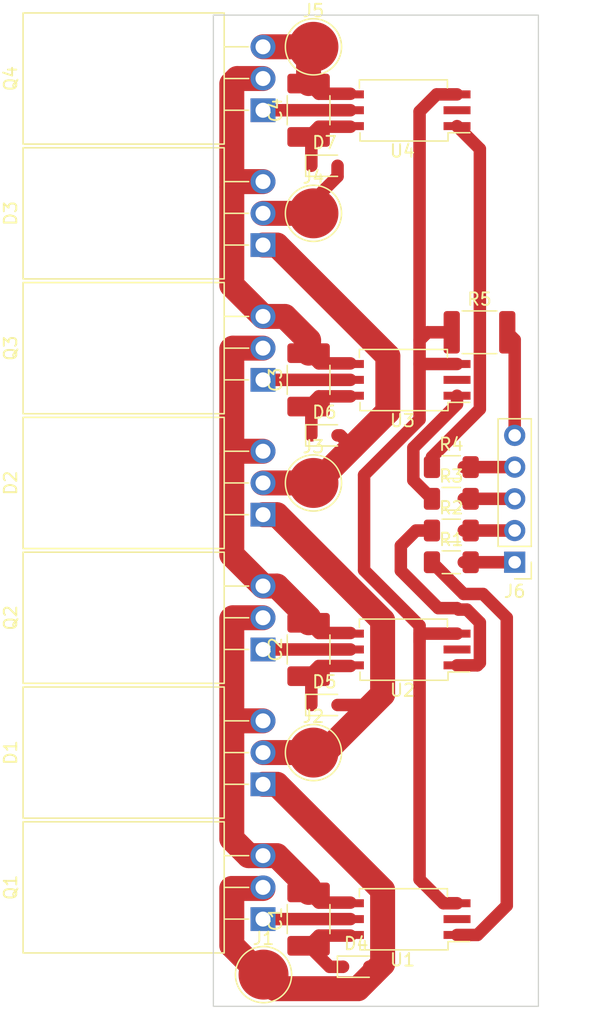
<source format=kicad_pcb>
(kicad_pcb (version 20211014) (generator pcbnew)
  (layers (0 "F.Cu" signal) (31 "B.Cu" signal) (34 "B.Paste" user) (35 "F.Paste" user) (36 "B.SilkS" user "B.Silkscreen") (37 "F.SilkS" user "F.Silkscreen") (38 "B.Mask" user) (39 "F.Mask" user) (44 "Edge.Cuts" user))
  (net 0 "")
  (net 1 "Net-(C1-Pad1)")
  (net 2 "Net-(C1-Pad2)")
  (net 3 "Net-(C2-Pad1)")
  (net 4 "Net-(C2-Pad2)")
  (net 5 "Net-(C3-Pad1)")
  (net 6 "Net-(C3-Pad2)")
  (net 7 "Net-(C4-Pad1)")
  (net 8 "Net-(C4-Pad2)")
  (net 9 "Net-(D1-Pad2)")
  (net 10 "Net-(D2-Pad2)")
  (net 11 "Net-(D3-Pad2)")
  (net 12 "Net-(Q1-Pad1)")
  (net 13 "Net-(Q3-Pad1)")
  (net 14 "Net-(Q4-Pad1)")
  (net 16 "GND")
  (net 20 "Net-(Q2-Pad1)")
  (net 21 "Net-(J6-Pad2)")
  (net 22 "Net-(J6-Pad3)")
  (net 23 "Net-(J6-Pad4)")
  (net 24 "Net-(R1-Pad1)")
  (net 25 "Net-(D1-Pad1)")
  (net 26 "Net-(J6-Pad1)")
  (net 27 "Net-(R2-Pad1)")
  (net 28 "Net-(R3-Pad1)")
  (net 29 "Net-(R4-Pad1)")
  (net 30 "Net-(J6-Pad5)")
  (footprint "Package_TO_SOT_THT:TO-220F-3_Horizontal_TabDown" (layer "F.Cu") (at 50.96 78.105 90)
    (fp_text reference "D1" (at 2.54 -20.22 90) (layer "F.SilkS"))
    (fp_text value "D_Schottky_x2_ACom_KAK")
    (fp_line (start -2.71 -19.22) (end -2.71 -3.11) (layer "F.SilkS") (width 0.12))
    (fp_line (start 2.54 -3.11) (end 2.54 -1.15) (layer "F.SilkS") (width 0.12))
    (fp_line (start -2.71 -3.11) (end 7.79 -3.11) (layer "F.SilkS") (width 0.12))
    (fp_line (start -2.71 -19.22) (end 7.79 -19.22) (layer "F.SilkS") (width 0.12))
    (fp_line (start 5.08 -3.11) (end 5.08 -1.15) (layer "F.SilkS") (width 0.12))
    (fp_line (start 0 -3.11) (end 0 -1.15) (layer "F.SilkS") (width 0.12))
    (fp_line (start 7.79 -19.22) (end 7.79 -3.11) (layer "F.SilkS") (width 0.12))
    (pad "" np_thru_hole oval (at 2.54 -15.8 90) (size 3.5 3.5) (drill 3.5) (layers *.Cu *.Mask))
    (pad "1" thru_hole rect (at 0 0 90) (size 1.905 2) (drill 1.2) (layers *.Cu *.Mask) (net 25 "Net-(D1-Pad1)"))
    (pad "2" thru_hole oval (at 2.54 0 90) (size 1.905 2) (drill 1.2) (layers *.Cu *.Mask) (net 9 "Net-(D1-Pad2)"))
    (pad "3" thru_hole oval (at 5.08 0 90) (size 1.905 2) (drill 1.2) (layers *.Cu *.Mask) (net 2 "Net-(C1-Pad2)"))
  )
  (footprint "TestPoint:TestPoint_Pad_D4.0mm" (layer "F.Cu") (at 55 53.975)
    (fp_text reference "J3" (at 0 -2.898) (layer "F.SilkS"))
    (fp_text value "Vrail")
    (fp_circle (center 0 0) (end 0 2.25) (layer "F.SilkS") (width 0.12) (fill none))
    (pad "1" smd circle (at 0 0) (size 4 4) (layers "F.Cu" "F.Mask") (net 10 "Net-(D2-Pad2)"))
  )
  (footprint "Package_SO:SSO-6_6.8x4.6mm_P1.27mm_Clearance7mm" (layer "F.Cu") (at 62.23 45.72 180)
    (fp_text reference "U3" (at 0.1 -3.265) (layer "F.SilkS"))
    (fp_text value "UCC23313")
    (fp_line (start 3.55 1.785) (end 3.55 2.435) (layer "F.SilkS") (width 0.12))
    (fp_line (start 3.5 -2.465) (end -3.55 -2.465) (layer "F.SilkS") (width 0.12))
    (fp_line (start -3.55 -2.465) (end -3.55 -1.815) (layer "F.SilkS") (width 0.12))
    (fp_line (start -3.5 2.435) (end 3.55 2.435) (layer "F.SilkS") (width 0.12))
    (fp_line (start 3.5 -2.465) (end 3.5 -1.815) (layer "F.SilkS") (width 0.12))
    (fp_line (start -3.55 -1.8) (end -5.3 -1.8) (layer "F.SilkS") (width 0.12))
    (fp_line (start -3.5 1.785) (end -3.5 2.435) (layer "F.SilkS") (width 0.12))
    (pad "1" smd rect (at -4.27 -1.27 180) (size 2.16 0.64) (layers "F.Cu" "F.Paste" "F.Mask") (net 28 "Net-(R3-Pad1)"))
    (pad "2" smd rect (at -4.27 0 180) (size 2.16 0.64) (layers "F.Cu" "F.Paste" "F.Mask"))
    (pad "3" smd rect (at -4.27 1.27 180) (size 2.16 0.64) (layers "F.Cu" "F.Paste" "F.Mask") (net 16 "GND"))
    (pad "4" smd rect (at 4.27 1.27 180) (size 2.16 0.64) (layers "F.Cu" "F.Paste" "F.Mask") (net 6 "Net-(C3-Pad2)"))
    (pad "5" smd rect (at 4.27 0 180) (size 2.16 0.64) (layers "F.Cu" "F.Paste" "F.Mask") (net 13 "Net-(Q3-Pad1)"))
    (pad "6" smd rect (at 4.27 -1.27 180) (size 2.16 0.64) (layers "F.Cu" "F.Paste" "F.Mask") (net 5 "Net-(C3-Pad1)"))
  )
  (footprint "Package_TO_SOT_THT:TO-220F-3_Horizontal_TabDown" (layer "F.Cu") (at 50.96 45.72 90)
    (fp_text reference "Q3" (at 2.54 -20.22 90) (layer "F.SilkS"))
    (fp_text value "IRF540N")
    (fp_line (start -2.71 -19.22) (end -2.71 -3.11) (layer "F.SilkS") (width 0.12))
    (fp_line (start 7.79 -19.22) (end 7.79 -3.11) (layer "F.SilkS") (width 0.12))
    (fp_line (start 5.08 -3.11) (end 5.08 -1.15) (layer "F.SilkS") (width 0.12))
    (fp_line (start 2.54 -3.11) (end 2.54 -1.15) (layer "F.SilkS") (width 0.12))
    (fp_line (start -2.71 -19.22) (end 7.79 -19.22) (layer "F.SilkS") (width 0.12))
    (fp_line (start -2.71 -3.11) (end 7.79 -3.11) (layer "F.SilkS") (width 0.12))
    (fp_line (start 0 -3.11) (end 0 -1.15) (layer "F.SilkS") (width 0.12))
    (pad "" np_thru_hole oval (at 2.54 -15.8 90) (size 3.5 3.5) (drill 3.5) (layers *.Cu *.Mask))
    (pad "1" thru_hole rect (at 0 0 90) (size 1.905 2) (drill 1.2) (layers *.Cu *.Mask) (net 13 "Net-(Q3-Pad1)"))
    (pad "2" thru_hole oval (at 2.54 0 90) (size 1.905 2) (drill 1.2) (layers *.Cu *.Mask) (net 4 "Net-(C2-Pad2)"))
    (pad "3" thru_hole oval (at 5.08 0 90) (size 1.905 2) (drill 1.2) (layers *.Cu *.Mask) (net 6 "Net-(C3-Pad2)"))
  )
  (footprint "Package_TO_SOT_THT:TO-220F-3_Horizontal_TabDown" (layer "F.Cu") (at 50.96 34.925 90)
    (fp_text reference "D3" (at 2.54 -20.22 90) (layer "F.SilkS"))
    (fp_text value "D_Schottky_x2_ACom_KAK")
    (fp_line (start 0 -3.11) (end 0 -1.15) (layer "F.SilkS") (width 0.12))
    (fp_line (start -2.71 -19.22) (end -2.71 -3.11) (layer "F.SilkS") (width 0.12))
    (fp_line (start 7.79 -19.22) (end 7.79 -3.11) (layer "F.SilkS") (width 0.12))
    (fp_line (start 5.08 -3.11) (end 5.08 -1.15) (layer "F.SilkS") (width 0.12))
    (fp_line (start -2.71 -3.11) (end 7.79 -3.11) (layer "F.SilkS") (width 0.12))
    (fp_line (start 2.54 -3.11) (end 2.54 -1.15) (layer "F.SilkS") (width 0.12))
    (fp_line (start -2.71 -19.22) (end 7.79 -19.22) (layer "F.SilkS") (width 0.12))
    (pad "" np_thru_hole oval (at 2.54 -15.8 90) (size 3.5 3.5) (drill 3.5) (layers *.Cu *.Mask))
    (pad "1" thru_hole rect (at 0 0 90) (size 1.905 2) (drill 1.2) (layers *.Cu *.Mask) (net 10 "Net-(D2-Pad2)"))
    (pad "2" thru_hole oval (at 2.54 0 90) (size 1.905 2) (drill 1.2) (layers *.Cu *.Mask) (net 11 "Net-(D3-Pad2)"))
    (pad "3" thru_hole oval (at 5.08 0 90) (size 1.905 2) (drill 1.2) (layers *.Cu *.Mask) (net 6 "Net-(C3-Pad2)"))
  )
  (footprint "Resistor_SMD:R_1206_3216Metric_Pad1.30x1.75mm_HandSolder" (layer "F.Cu") (at 66.04 55.245)
    (fp_text reference "R3" (at 0 -1.82) (layer "F.SilkS"))
    (fp_text value "220")
    (fp_line (start -0.727064 0.91) (end 0.727064 0.91) (layer "F.SilkS") (width 0.12))
    (fp_line (start -0.727064 -0.91) (end 0.727064 -0.91) (layer "F.SilkS") (width 0.12))
    (pad "1" smd roundrect (at -1.55 0) (size 1.3 1.75) (layers "F.Cu" "F.Paste" "F.Mask") (roundrect_rratio 0.192308) (net 28 "Net-(R3-Pad1)"))
    (pad "2" smd roundrect (at 1.55 0) (size 1.3 1.75) (layers "F.Cu" "F.Paste" "F.Mask") (roundrect_rratio 0.192308) (net 22 "Net-(J6-Pad3)"))
  )
  (footprint "Package_TO_SOT_THT:TO-220F-3_Horizontal_TabDown" (layer "F.Cu") (at 50.96 56.515 90)
    (fp_text reference "D2" (at 2.54 -20.22 90) (layer "F.SilkS"))
    (fp_text value "D_Schottky_x2_ACom_KAK")
    (fp_line (start 7.79 -19.22) (end 7.79 -3.11) (layer "F.SilkS") (width 0.12))
    (fp_line (start -2.71 -19.22) (end 7.79 -19.22) (layer "F.SilkS") (width 0.12))
    (fp_line (start 0 -3.11) (end 0 -1.15) (layer "F.SilkS") (width 0.12))
    (fp_line (start 2.54 -3.11) (end 2.54 -1.15) (layer "F.SilkS") (width 0.12))
    (fp_line (start -2.71 -19.22) (end -2.71 -3.11) (layer "F.SilkS") (width 0.12))
    (fp_line (start -2.71 -3.11) (end 7.79 -3.11) (layer "F.SilkS") (width 0.12))
    (fp_line (start 5.08 -3.11) (end 5.08 -1.15) (layer "F.SilkS") (width 0.12))
    (pad "" np_thru_hole oval (at 2.54 -15.8 90) (size 3.5 3.5) (drill 3.5) (layers *.Cu *.Mask))
    (pad "1" thru_hole rect (at 0 0 90) (size 1.905 2) (drill 1.2) (layers *.Cu *.Mask) (net 9 "Net-(D1-Pad2)"))
    (pad "2" thru_hole oval (at 2.54 0 90) (size 1.905 2) (drill 1.2) (layers *.Cu *.Mask) (net 10 "Net-(D2-Pad2)"))
    (pad "3" thru_hole oval (at 5.08 0 90) (size 1.905 2) (drill 1.2) (layers *.Cu *.Mask) (net 4 "Net-(C2-Pad2)"))
  )
  (footprint "Capacitor_SMD:C_1812_4532Metric_Pad1.57x3.40mm_HandSolder" (layer "F.Cu") (at 54.61 67.31 90)
    (fp_text reference "C2" (at 0 -2.65 90) (layer "F.SilkS"))
    (fp_text value "1uF")
    (fp_line (start -1.161252 1.71) (end 1.161252 1.71) (layer "F.SilkS") (width 0.12))
    (fp_line (start -1.161252 -1.71) (end 1.161252 -1.71) (layer "F.SilkS") (width 0.12))
    (pad "1" smd roundrect (at -2.1375 0 90) (size 1.575 3.4) (layers "F.Cu" "F.Paste" "F.Mask") (roundrect_rratio 0.15873) (net 3 "Net-(C2-Pad1)"))
    (pad "2" smd roundrect (at 2.1375 0 90) (size 1.575 3.4) (layers "F.Cu" "F.Paste" "F.Mask") (roundrect_rratio 0.15873) (net 4 "Net-(C2-Pad2)"))
  )
  (footprint "Capacitor_SMD:C_1812_4532Metric_Pad1.57x3.40mm_HandSolder" (layer "F.Cu") (at 54.61 24.13 90)
    (fp_text reference "C4" (at 0 -2.65 90) (layer "F.SilkS"))
    (fp_text value "1uF")
    (fp_line (start -1.161252 1.71) (end 1.161252 1.71) (layer "F.SilkS") (width 0.12))
    (fp_line (start -1.161252 -1.71) (end 1.161252 -1.71) (layer "F.SilkS") (width 0.12))
    (pad "1" smd roundrect (at -2.1375 0 90) (size 1.575 3.4) (layers "F.Cu" "F.Paste" "F.Mask") (roundrect_rratio 0.15873) (net 7 "Net-(C4-Pad1)"))
    (pad "2" smd roundrect (at 2.1375 0 90) (size 1.575 3.4) (layers "F.Cu" "F.Paste" "F.Mask") (roundrect_rratio 0.15873) (net 8 "Net-(C4-Pad2)"))
  )
  (footprint "Connector_PinHeader_2.54mm:PinHeader_1x05_P2.54mm_Vertical" (layer "F.Cu") (at 71.12 60.325 180)
    (fp_text reference "J6" (at 0 -2.33) (layer "F.SilkS"))
    (fp_text value "Conn_01x05_Male")
    (fp_line (start -1.33 1.27) (end -1.33 11.49) (layer "F.SilkS") (width 0.12))
    (fp_line (start -1.33 11.49) (end 1.33 11.49) (layer "F.SilkS") (width 0.12))
    (fp_line (start -1.33 -1.33) (end 0 -1.33) (layer "F.SilkS") (width 0.12))
    (fp_line (start -1.33 1.27) (end 1.33 1.27) (layer "F.SilkS") (width 0.12))
    (fp_line (start -1.33 0) (end -1.33 -1.33) (layer "F.SilkS") (width 0.12))
    (fp_line (start 1.33 1.27) (end 1.33 11.49) (layer "F.SilkS") (width 0.12))
    (pad "1" thru_hole rect (at 0 0 180) (size 1.7 1.7) (drill 1) (layers *.Cu *.Mask) (net 26 "Net-(J6-Pad1)"))
    (pad "2" thru_hole oval (at 0 2.54 180) (size 1.7 1.7) (drill 1) (layers *.Cu *.Mask) (net 21 "Net-(J6-Pad2)"))
    (pad "3" thru_hole oval (at 0 5.08 180) (size 1.7 1.7) (drill 1) (layers *.Cu *.Mask) (net 22 "Net-(J6-Pad3)"))
    (pad "4" thru_hole oval (at 0 7.62 180) (size 1.7 1.7) (drill 1) (layers *.Cu *.Mask) (net 23 "Net-(J6-Pad4)"))
    (pad "5" thru_hole oval (at 0 10.16 180) (size 1.7 1.7) (drill 1) (layers *.Cu *.Mask) (net 30 "Net-(J6-Pad5)"))
  )
  (footprint "TestPoint:TestPoint_Pad_D4.0mm" (layer "F.Cu") (at 55 75.565)
    (fp_text reference "J2" (at 0 -2.898) (layer "F.SilkS"))
    (fp_text value "Vrail")
    (fp_circle (center 0 0) (end 0 2.25) (layer "F.SilkS") (width 0.12) (fill none))
    (pad "1" smd circle (at 0 0) (size 4 4) (layers "F.Cu" "F.Mask") (net 9 "Net-(D1-Pad2)"))
  )
  (footprint "TestPoint:TestPoint_Pad_D4.0mm" (layer "F.Cu") (at 55 32.385)
    (fp_text reference "J4" (at 0 -2.898) (layer "F.SilkS"))
    (fp_text value "Vrail")
    (fp_circle (center 0 0) (end 0 2.25) (layer "F.SilkS") (width 0.12) (fill none))
    (pad "1" smd circle (at 0 0) (size 4 4) (layers "F.Cu" "F.Mask") (net 11 "Net-(D3-Pad2)"))
  )
  (footprint "Diode_SMD:D_SOD-323" (layer "F.Cu") (at 55.88 50.165)
    (fp_text reference "D6" (at 0 -1.85) (layer "F.SilkS"))
    (fp_text value "1N4148WS")
    (fp_line (start -1.5 0.85) (end 1.05 0.85) (layer "F.SilkS") (width 0.12))
    (fp_line (start -1.5 -0.85) (end 1.05 -0.85) (layer "F.SilkS") (width 0.12))
    (fp_line (start -1.5 -0.85) (end -1.5 0.85) (layer "F.SilkS") (width 0.12))
    (pad "1" smd rect (at -1.05 0) (size 0.6 0.45) (layers "F.Cu" "F.Paste" "F.Mask") (net 5 "Net-(C3-Pad1)"))
    (pad "2" smd rect (at 1.05 0) (size 0.6 0.45) (layers "F.Cu" "F.Paste" "F.Mask") (net 10 "Net-(D2-Pad2)"))
  )
  (footprint "TestPoint:TestPoint_Pad_D4.0mm" (layer "F.Cu") (at 55 19.05)
    (fp_text reference "J5" (at 0 -2.898) (layer "F.SilkS"))
    (fp_text value "Vrail")
    (fp_circle (center 0 0) (end 0 2.25) (layer "F.SilkS") (width 0.12) (fill none))
    (pad "1" smd circle (at 0 0) (size 4 4) (layers "F.Cu" "F.Mask") (net 8 "Net-(C4-Pad2)"))
  )
  (footprint "Diode_SMD:D_SOD-323" (layer "F.Cu") (at 55.88 28.575)
    (fp_text reference "D7" (at 0 -1.85) (layer "F.SilkS"))
    (fp_text value "1N4148WS")
    (fp_line (start -1.5 -0.85) (end -1.5 0.85) (layer "F.SilkS") (width 0.12))
    (fp_line (start -1.5 0.85) (end 1.05 0.85) (layer "F.SilkS") (width 0.12))
    (fp_line (start -1.5 -0.85) (end 1.05 -0.85) (layer "F.SilkS") (width 0.12))
    (pad "1" smd rect (at -1.05 0) (size 0.6 0.45) (layers "F.Cu" "F.Paste" "F.Mask") (net 7 "Net-(C4-Pad1)"))
    (pad "2" smd rect (at 1.05 0) (size 0.6 0.45) (layers "F.Cu" "F.Paste" "F.Mask") (net 11 "Net-(D3-Pad2)"))
  )
  (footprint "Capacitor_SMD:C_1812_4532Metric_Pad1.57x3.40mm_HandSolder" (layer "F.Cu") (at 54.61 45.72 90)
    (fp_text reference "C3" (at 0 -2.65 90) (layer "F.SilkS"))
    (fp_text value "1uF")
    (fp_line (start -1.161252 -1.71) (end 1.161252 -1.71) (layer "F.SilkS") (width 0.12))
    (fp_line (start -1.161252 1.71) (end 1.161252 1.71) (layer "F.SilkS") (width 0.12))
    (pad "1" smd roundrect (at -2.1375 0 90) (size 1.575 3.4) (layers "F.Cu" "F.Paste" "F.Mask") (roundrect_rratio 0.15873) (net 5 "Net-(C3-Pad1)"))
    (pad "2" smd roundrect (at 2.1375 0 90) (size 1.575 3.4) (layers "F.Cu" "F.Paste" "F.Mask") (roundrect_rratio 0.15873) (net 6 "Net-(C3-Pad2)"))
  )
  (footprint "Capacitor_SMD:C_1812_4532Metric_Pad1.57x3.40mm_HandSolder" (layer "F.Cu") (at 54.61 88.9 90)
    (fp_text reference "C1" (at 0 -2.65 90) (layer "F.SilkS"))
    (fp_text value "1uF")
    (fp_line (start -1.161252 -1.71) (end 1.161252 -1.71) (layer "F.SilkS") (width 0.12))
    (fp_line (start -1.161252 1.71) (end 1.161252 1.71) (layer "F.SilkS") (width 0.12))
    (pad "1" smd roundrect (at -2.1375 0 90) (size 1.575 3.4) (layers "F.Cu" "F.Paste" "F.Mask") (roundrect_rratio 0.15873) (net 1 "Net-(C1-Pad1)"))
    (pad "2" smd roundrect (at 2.1375 0 90) (size 1.575 3.4) (layers "F.Cu" "F.Paste" "F.Mask") (roundrect_rratio 0.15873) (net 2 "Net-(C1-Pad2)"))
  )
  (footprint "Package_SO:SSO-6_6.8x4.6mm_P1.27mm_Clearance7mm" (layer "F.Cu") (at 62.23 24.13 180)
    (fp_text reference "U4" (at 0.1 -3.265) (layer "F.SilkS"))
    (fp_text value "UCC23313")
    (fp_line (start -3.5 2.435) (end 3.55 2.435) (layer "F.SilkS") (width 0.12))
    (fp_line (start -3.5 1.785) (end -3.5 2.435) (layer "F.SilkS") (width 0.12))
    (fp_line (start 3.5 -2.465) (end -3.55 -2.465) (layer "F.SilkS") (width 0.12))
    (fp_line (start 3.5 -2.465) (end 3.5 -1.815) (layer "F.SilkS") (width 0.12))
    (fp_line (start -3.55 -2.465) (end -3.55 -1.815) (layer "F.SilkS") (width 0.12))
    (fp_line (start 3.55 1.785) (end 3.55 2.435) (layer "F.SilkS") (width 0.12))
    (fp_line (start -3.55 -1.8) (end -5.3 -1.8) (layer "F.SilkS") (width 0.12))
    (pad "1" smd rect (at -4.27 -1.27 180) (size 2.16 0.64) (layers "F.Cu" "F.Paste" "F.Mask") (net 29 "Net-(R4-Pad1)"))
    (pad "2" smd rect (at -4.27 0 180) (size 2.16 0.64) (layers "F.Cu" "F.Paste" "F.Mask"))
    (pad "3" smd rect (at -4.27 1.27 180) (size 2.16 0.64) (layers "F.Cu" "F.Paste" "F.Mask") (net 16 "GND"))
    (pad "4" smd rect (at 4.27 1.27 180) (size 2.16 0.64) (layers "F.Cu" "F.Paste" "F.Mask") (net 8 "Net-(C4-Pad2)"))
    (pad "5" smd rect (at 4.27 0 180) (size 2.16 0.64) (layers "F.Cu" "F.Paste" "F.Mask") (net 14 "Net-(Q4-Pad1)"))
    (pad "6" smd rect (at 4.27 -1.27 180) (size 2.16 0.64) (layers "F.Cu" "F.Paste" "F.Mask") (net 7 "Net-(C4-Pad1)"))
  )
  (footprint "Resistor_SMD:R_1206_3216Metric_Pad1.30x1.75mm_HandSolder" (layer "F.Cu") (at 66.04 52.705)
    (fp_text reference "R4" (at 0 -1.82) (layer "F.SilkS"))
    (fp_text value "220")
    (fp_line (start -0.727064 -0.91) (end 0.727064 -0.91) (layer "F.SilkS") (width 0.12))
    (fp_line (start -0.727064 0.91) (end 0.727064 0.91) (layer "F.SilkS") (width 0.12))
    (pad "1" smd roundrect (at -1.55 0) (size 1.3 1.75) (layers "F.Cu" "F.Paste" "F.Mask") (roundrect_rratio 0.192308) (net 29 "Net-(R4-Pad1)"))
    (pad "2" smd roundrect (at 1.55 0) (size 1.3 1.75) (layers "F.Cu" "F.Paste" "F.Mask") (roundrect_rratio 0.192308) (net 23 "Net-(J6-Pad4)"))
  )
  (footprint "Package_TO_SOT_THT:TO-220F-3_Horizontal_TabDown" (layer "F.Cu") (at 50.96 88.9 90)
    (fp_text reference "Q1" (at 2.54 -20.22 90) (layer "F.SilkS"))
    (fp_text value "IRF540N")
    (fp_line (start -2.71 -19.22) (end -2.71 -3.11) (layer "F.SilkS") (width 0.12))
    (fp_line (start -2.71 -3.11) (end 7.79 -3.11) (layer "F.SilkS") (width 0.12))
    (fp_line (start 0 -3.11) (end 0 -1.15) (layer "F.SilkS") (width 0.12))
    (fp_line (start 2.54 -3.11) (end 2.54 -1.15) (layer "F.SilkS") (width 0.12))
    (fp_line (start -2.71 -19.22) (end 7.79 -19.22) (layer "F.SilkS") (width 0.12))
    (fp_line (start 7.79 -19.22) (end 7.79 -3.11) (layer "F.SilkS") (width 0.12))
    (fp_line (start 5.08 -3.11) (end 5.08 -1.15) (layer "F.SilkS") (width 0.12))
    (pad "" np_thru_hole oval (at 2.54 -15.8 90) (size 3.5 3.5) (drill 3.5) (layers *.Cu *.Mask))
    (pad "1" thru_hole rect (at 0 0 90) (size 1.905 2) (drill 1.2) (layers *.Cu *.Mask) (net 12 "Net-(Q1-Pad1)"))
    (pad "2" thru_hole oval (at 2.54 0 90) (size 1.905 2) (drill 1.2) (layers *.Cu *.Mask) (net 25 "Net-(D1-Pad1)"))
    (pad "3" thru_hole oval (at 5.08 0 90) (size 1.905 2) (drill 1.2) (layers *.Cu *.Mask) (net 2 "Net-(C1-Pad2)"))
  )
  (footprint "Package_SO:SSO-6_6.8x4.6mm_P1.27mm_Clearance7mm" (layer "F.Cu") (at 62.23 88.9 180)
    (fp_text reference "U1" (at 0.1 -3.265) (layer "F.SilkS"))
    (fp_text value "UCC23313")
    (fp_line (start 3.55 1.785) (end 3.55 2.435) (layer "F.SilkS") (width 0.12))
    (fp_line (start -3.5 1.785) (end -3.5 2.435) (layer "F.SilkS") (width 0.12))
    (fp_line (start -3.5 2.435) (end 3.55 2.435) (layer "F.SilkS") (width 0.12))
    (fp_line (start -3.55 -2.465) (end -3.55 -1.815) (layer "F.SilkS") (width 0.12))
    (fp_line (start 3.5 -2.465) (end 3.5 -1.815) (layer "F.SilkS") (width 0.12))
    (fp_line (start 3.5 -2.465) (end -3.55 -2.465) (layer "F.SilkS") (width 0.12))
    (fp_line (start -3.55 -1.8) (end -5.3 -1.8) (layer "F.SilkS") (width 0.12))
    (pad "1" smd rect (at -4.27 -1.27 180) (size 2.16 0.64) (layers "F.Cu" "F.Paste" "F.Mask") (net 24 "Net-(R1-Pad1)"))
    (pad "2" smd rect (at -4.27 0 180) (size 2.16 0.64) (layers "F.Cu" "F.Paste" "F.Mask"))
    (pad "3" smd rect (at -4.27 1.27 180) (size 2.16 0.64) (layers "F.Cu" "F.Paste" "F.Mask") (net 16 "GND"))
    (pad "4" smd rect (at 4.27 1.27 180) (size 2.16 0.64) (layers "F.Cu" "F.Paste" "F.Mask") (net 2 "Net-(C1-Pad2)"))
    (pad "5" smd rect (at 4.27 0 180) (size 2.16 0.64) (layers "F.Cu" "F.Paste" "F.Mask") (net 12 "Net-(Q1-Pad1)"))
    (pad "6" smd rect (at 4.27 -1.27 180) (size 2.16 0.64) (layers "F.Cu" "F.Paste" "F.Mask") (net 1 "Net-(C1-Pad1)"))
  )
  (footprint "Diode_SMD:D_SOD-323" (layer "F.Cu") (at 58.42 92.71)
    (fp_text reference "D4" (at 0 -1.85) (layer "F.SilkS"))
    (fp_text value "1N4148WS")
    (fp_line (start -1.5 -0.85) (end 1.05 -0.85) (layer "F.SilkS") (width 0.12))
    (fp_line (start -1.5 -0.85) (end -1.5 0.85) (layer "F.SilkS") (width 0.12))
    (fp_line (start -1.5 0.85) (end 1.05 0.85) (layer "F.SilkS") (width 0.12))
    (pad "1" smd rect (at -1.05 0) (size 0.6 0.45) (layers "F.Cu" "F.Paste" "F.Mask") (net 1 "Net-(C1-Pad1)"))
    (pad "2" smd rect (at 1.05 0) (size 0.6 0.45) (layers "F.Cu" "F.Paste" "F.Mask") (net 25 "Net-(D1-Pad1)"))
  )
  (footprint "Resistor_SMD:R_1206_3216Metric_Pad1.30x1.75mm_HandSolder" (layer "F.Cu") (at 66.04 60.325)
    (fp_text reference "R1" (at 0 -1.82) (layer "F.SilkS"))
    (fp_text value "220")
    (fp_line (start -0.727064 -0.91) (end 0.727064 -0.91) (layer "F.SilkS") (width 0.12))
    (fp_line (start -0.727064 0.91) (end 0.727064 0.91) (layer "F.SilkS") (width 0.12))
    (pad "1" smd roundrect (at -1.55 0) (size 1.3 1.75) (layers "F.Cu" "F.Paste" "F.Mask") (roundrect_rratio 0.192308) (net 24 "Net-(R1-Pad1)"))
    (pad "2" smd roundrect (at 1.55 0) (size 1.3 1.75) (layers "F.Cu" "F.Paste" "F.Mask") (roundrect_rratio 0.192308) (net 26 "Net-(J6-Pad1)"))
  )
  (footprint "Package_TO_SOT_THT:TO-220F-3_Horizontal_TabDown" (layer "F.Cu") (at 50.96 67.31 90)
    (fp_text reference "Q2" (at 2.54 -20.22 90) (layer "F.SilkS"))
    (fp_text value "IRF540N")
    (fp_line (start 7.79 -19.22) (end 7.79 -3.11) (layer "F.SilkS") (width 0.12))
    (fp_line (start 5.08 -3.11) (end 5.08 -1.15) (layer "F.SilkS") (width 0.12))
    (fp_line (start 2.54 -3.11) (end 2.54 -1.15) (layer "F.SilkS") (width 0.12))
    (fp_line (start 0 -3.11) (end 0 -1.15) (layer "F.SilkS") (width 0.12))
    (fp_line (start -2.71 -3.11) (end 7.79 -3.11) (layer "F.SilkS") (width 0.12))
    (fp_line (start -2.71 -19.22) (end 7.79 -19.22) (layer "F.SilkS") (width 0.12))
    (fp_line (start -2.71 -19.22) (end -2.71 -3.11) (layer "F.SilkS") (width 0.12))
    (pad "" np_thru_hole oval (at 2.54 -15.8 90) (size 3.5 3.5) (drill 3.5) (layers *.Cu *.Mask))
    (pad "1" thru_hole rect (at 0 0 90) (size 1.905 2) (drill 1.2) (layers *.Cu *.Mask) (net 20 "Net-(Q2-Pad1)"))
    (pad "2" thru_hole oval (at 2.54 0 90) (size 1.905 2) (drill 1.2) (layers *.Cu *.Mask) (net 2 "Net-(C1-Pad2)"))
    (pad "3" thru_hole oval (at 5.08 0 90) (size 1.905 2) (drill 1.2) (layers *.Cu *.Mask) (net 4 "Net-(C2-Pad2)"))
  )
  (footprint "Diode_SMD:D_SOD-323" (layer "F.Cu") (at 55.88 71.755)
    (fp_text reference "D5" (at 0 -1.85) (layer "F.SilkS"))
    (fp_text value "1N4148WS")
    (fp_line (start -1.5 0.85) (end 1.05 0.85) (layer "F.SilkS") (width 0.12))
    (fp_line (start -1.5 -0.85) (end 1.05 -0.85) (layer "F.SilkS") (width 0.12))
    (fp_line (start -1.5 -0.85) (end -1.5 0.85) (layer "F.SilkS") (width 0.12))
    (pad "1" smd rect (at -1.05 0) (size 0.6 0.45) (layers "F.Cu" "F.Paste" "F.Mask") (net 3 "Net-(C2-Pad1)"))
    (pad "2" smd rect (at 1.05 0) (size 0.6 0.45) (layers "F.Cu" "F.Paste" "F.Mask") (net 9 "Net-(D1-Pad2)"))
  )
  (footprint "TestPoint:TestPoint_Pad_D4.0mm" (layer "F.Cu") (at 51 93.345)
    (fp_text reference "J1" (at 0 -2.898) (layer "F.SilkS"))
    (fp_text value "Vrail")
    (fp_circle (center 0 0) (end 0 2.25) (layer "F.SilkS") (width 0.12) (fill none))
    (pad "1" smd circle (at 0 0) (size 4 4) (layers "F.Cu" "F.Mask") (net 25 "Net-(D1-Pad1)"))
  )
  (footprint "Package_TO_SOT_THT:TO-220F-3_Horizontal_TabDown" (layer "F.Cu") (at 50.96 24.13 90)
    (fp_text reference "Q4" (at 2.54 -20.22 90) (layer "F.SilkS"))
    (fp_text value "IRF540N")
    (fp_line (start 0 -3.11) (end 0 -1.15) (layer "F.SilkS") (width 0.12))
    (fp_line (start -2.71 -19.22) (end 7.79 -19.22) (layer "F.SilkS") (width 0.12))
    (fp_line (start 7.79 -19.22) (end 7.79 -3.11) (layer "F.SilkS") (width 0.12))
    (fp_line (start -2.71 -19.22) (end -2.71 -3.11) (layer "F.SilkS") (width 0.12))
    (fp_line (start 2.54 -3.11) (end 2.54 -1.15) (layer "F.SilkS") (width 0.12))
    (fp_line (start 5.08 -3.11) (end 5.08 -1.15) (layer "F.SilkS") (width 0.12))
    (fp_line (start -2.71 -3.11) (end 7.79 -3.11) (layer "F.SilkS") (width 0.12))
    (pad "" np_thru_hole oval (at 2.54 -15.8 90) (size 3.5 3.5) (drill 3.5) (layers *.Cu *.Mask))
    (pad "1" thru_hole rect (at 0 0 90) (size 1.905 2) (drill 1.2) (layers *.Cu *.Mask) (net 14 "Net-(Q4-Pad1)"))
    (pad "2" thru_hole oval (at 2.54 0 90) (size 1.905 2) (drill 1.2) (layers *.Cu *.Mask) (net 6 "Net-(C3-Pad2)"))
    (pad "3" thru_hole oval (at 5.08 0 90) (size 1.905 2) (drill 1.2) (layers *.Cu *.Mask) (net 8 "Net-(C4-Pad2)"))
  )
  (footprint "Resistor_SMD:R_1206_3216Metric_Pad1.30x1.75mm_HandSolder" (layer "F.Cu") (at 66.04 57.785)
    (fp_text reference "R2" (at 0 -1.82) (layer "F.SilkS"))
    (fp_text value "220")
    (fp_line (start -0.727064 -0.91) (end 0.727064 -0.91) (layer "F.SilkS") (width 0.12))
    (fp_line (start -0.727064 0.91) (end 0.727064 0.91) (layer "F.SilkS") (width 0.12))
    (pad "1" smd roundrect (at -1.55 0) (size 1.3 1.75) (layers "F.Cu" "F.Paste" "F.Mask") (roundrect_rratio 0.192308) (net 27 "Net-(R2-Pad1)"))
    (pad "2" smd roundrect (at 1.55 0) (size 1.3 1.75) (layers "F.Cu" "F.Paste" "F.Mask") (roundrect_rratio 0.192308) (net 21 "Net-(J6-Pad2)"))
  )
  (footprint "Resistor_SMD:R_1812_4532Metric_Pad1.30x3.40mm_HandSolder" (layer "F.Cu") (at 68.3 41.91)
    (fp_text reference "R5" (at 0 -2.65) (layer "F.SilkS"))
    (fp_text value "220")
    (fp_line (start -1.386252 -1.71) (end 1.386252 -1.71) (layer "F.SilkS") (width 0.12))
    (fp_line (start -1.386252 1.71) (end 1.386252 1.71) (layer "F.SilkS") (width 0.12))
    (pad "1" smd roundrect (at -2.225 0) (size 1.3 3.4) (layers "F.Cu" "F.Paste" "F.Mask") (roundrect_rratio 0.192308) (net 16 "GND"))
    (pad "2" smd roundrect (at 2.225 0) (size 1.3 3.4) (layers "F.Cu" "F.Paste" "F.Mask") (roundrect_rratio 0.192308) (net 30 "Net-(J6-Pad5)"))
  )
  (footprint "Package_SO:SSO-6_6.8x4.6mm_P1.27mm_Clearance7mm" (layer "F.Cu") (at 62.23 67.31 180)
    (fp_text reference "U2" (at 0.1 -3.265) (layer "F.SilkS"))
    (fp_text value "UCC23313")
    (fp_line (start 3.5 -2.465) (end 3.5 -1.815) (layer "F.SilkS") (width 0.12))
    (fp_line (start -3.55 -2.465) (end -3.55 -1.815) (layer "F.SilkS") (width 0.12))
    (fp_line (start 3.5 -2.465) (end -3.55 -2.465) (layer "F.SilkS") (width 0.12))
    (fp_line (start -3.5 1.785) (end -3.5 2.435) (layer "F.SilkS") (width 0.12))
    (fp_line (start -3.55 -1.8) (end -5.3 -1.8) (layer "F.SilkS") (width 0.12))
    (fp_line (start -3.5 2.435) (end 3.55 2.435) (layer "F.SilkS") (width 0.12))
    (fp_line (start 3.55 1.785) (end 3.55 2.435) (layer "F.SilkS") (width 0.12))
    (pad "1" smd rect (at -4.27 -1.27 180) (size 2.16 0.64) (layers "F.Cu" "F.Paste" "F.Mask") (net 27 "Net-(R2-Pad1)"))
    (pad "2" smd rect (at -4.27 0 180) (size 2.16 0.64) (layers "F.Cu" "F.Paste" "F.Mask"))
    (pad "3" smd rect (at -4.27 1.27 180) (size 2.16 0.64) (layers "F.Cu" "F.Paste" "F.Mask") (net 16 "GND"))
    (pad "4" smd rect (at 4.27 1.27 180) (size 2.16 0.64) (layers "F.Cu" "F.Paste" "F.Mask") (net 4 "Net-(C2-Pad2)"))
    (pad "5" smd rect (at 4.27 0 180) (size 2.16 0.64) (layers "F.Cu" "F.Paste" "F.Mask") (net 20 "Net-(Q2-Pad1)"))
    (pad "6" smd rect (at 4.27 -1.27 180) (size 2.16 0.64) (layers "F.Cu" "F.Paste" "F.Mask") (net 3 "Net-(C2-Pad1)"))
  )
  (gr_rect (start 46.9825 16.51) (end 73.0175 95.885) (layer "Edge.Cuts") (width 0.1) (fill none))
  (segment (start 57.3575 92.7225) (end 57.37 92.71) (width 1) (layer "F.Cu") (net 1))
  (segment (start 55.4275 90.22) (end 57.96 90.22) (width 1) (layer "F.Cu") (net 1))
  (segment (start 54.61 91.0375) (end 55.4275 90.22) (width 1) (layer "F.Cu") (net 1))
  (segment (start 56.295 92.7225) (end 57.3575 92.7225) (width 1) (layer "F.Cu") (net 1))
  (segment (start 56.295 92.7225) (end 54.61 91.0375) (width 1) (layer "F.Cu") (net 1))
  (segment (start 48.895 73.025) (end 48.46 72.59) (width 2) (layer "F.Cu") (net 2))
  (segment (start 49.809141 83.82) (end 50.96 83.82) (width 2) (layer "F.Cu") (net 2))
  (segment (start 54.61 86.7625) (end 55.4275 87.58) (width 1) (layer "F.Cu") (net 2))
  (segment (start 52.07 83.82) (end 54.61 86.36) (width 2) (layer "F.Cu") (net 2))
  (segment (start 48.46 72.59) (end 48.46 82.470859) (width 2) (layer "F.Cu") (net 2))
  (segment (start 50.96 83.82) (end 52.07 83.82) (width 2) (layer "F.Cu") (net 2))
  (segment (start 48.46 64.8575) (end 48.46 72.59) (width 2) (layer "F.Cu") (net 2))
  (segment (start 55.4275 87.58) (end 57.96 87.58) (width 1) (layer "F.Cu") (net 2))
  (segment (start 54.61 86.36) (end 54.61 86.7625) (width 2) (layer "F.Cu") (net 2))
  (segment (start 48.46 82.470859) (end 49.809141 83.82) (width 2) (layer "F.Cu") (net 2))
  (segment (start 48.5475 64.77) (end 48.46 64.8575) (width 2) (layer "F.Cu") (net 2))
  (segment (start 50.96 64.77) (end 48.5475 64.77) (width 2) (layer "F.Cu") (net 2))
  (segment (start 50.96 73.025) (end 48.895 73.025) (width 2) (layer "F.Cu") (net 2))
  (segment (start 55.4275 68.63) (end 57.96 68.63) (width 1) (layer "F.Cu") (net 3))
  (segment (start 54.83 71.755) (end 54.83 69.6675) (width 1) (layer "F.Cu") (net 3))
  (segment (start 54.61 69.4475) (end 55.4275 68.63) (width 1) (layer "F.Cu") (net 3))
  (segment (start 48.5475 43.18) (end 48.46 43.2675) (width 2) (layer "F.Cu") (net 4))
  (segment (start 50.96 62.23) (end 52.07 62.23) (width 2) (layer "F.Cu") (net 4))
  (segment (start 50.96 43.18) (end 48.5475 43.18) (width 2) (layer "F.Cu") (net 4))
  (segment (start 48.46 51.635) (end 48.46 59.73) (width 2) (layer "F.Cu") (net 4))
  (segment (start 54.61 65.1725) (end 55.4275 65.99) (width 1) (layer "F.Cu") (net 4))
  (segment (start 48.66 51.435) (end 48.46 51.635) (width 2) (layer "F.Cu") (net 4))
  (segment (start 54.61 64.77) (end 54.61 65.1725) (width 2) (layer "F.Cu") (net 4))
  (segment (start 55.4275 65.99) (end 57.96 65.99) (width 1) (layer "F.Cu") (net 4))
  (segment (start 50.96 51.435) (end 48.66 51.435) (width 2) (layer "F.Cu") (net 4))
  (segment (start 48.46 43.2675) (end 48.46 51.635) (width 2) (layer "F.Cu") (net 4))
  (segment (start 48.46 59.73) (end 50.96 62.23) (width 2) (layer "F.Cu") (net 4))
  (segment (start 52.07 62.23) (end 54.61 64.77) (width 2) (layer "F.Cu") (net 4))
  (segment (start 54.61 47.8575) (end 55.4275 47.04) (width 1) (layer "F.Cu") (net 5))
  (segment (start 55.4275 47.04) (end 57.96 47.04) (width 1) (layer "F.Cu") (net 5))
  (segment (start 54.83 50.165) (end 54.83 48.0775) (width 1) (layer "F.Cu") (net 5))
  (segment (start 48.895 21.59) (end 48.46 22.025) (width 2) (layer "F.Cu") (net 6))
  (segment (start 52.705 40.64) (end 54.61 42.545) (width 2) (layer "F.Cu") (net 6))
  (segment (start 48.46 38.14) (end 50.96 40.64) (width 2) (layer "F.Cu") (net 6))
  (segment (start 48.46 22.025) (end 48.46 30.28) (width 2) (layer "F.Cu") (net 6))
  (segment (start 54.61 42.545) (end 54.61 43.5825) (width 2) (layer "F.Cu") (net 6))
  (segment (start 54.61 43.5825) (end 55.4275 44.4) (width 1) (layer "F.Cu") (net 6))
  (segment (start 50.96 21.59) (end 48.895 21.59) (width 2) (layer "F.Cu") (net 6))
  (segment (start 55.4275 44.4) (end 57.96 44.4) (width 1) (layer "F.Cu") (net 6))
  (segment (start 48.46 30.28) (end 48.46 38.14) (width 2) (layer "F.Cu") (net 6))
  (segment (start 48.895 29.845) (end 48.46 30.28) (width 2) (layer "F.Cu") (net 6))
  (segment (start 50.96 29.845) (end 48.895 29.845) (width 2) (layer "F.Cu") (net 6))
  (segment (start 50.96 40.64) (end 52.705 40.64) (width 2) (layer "F.Cu") (net 6))
  (segment (start 54.83 28.575) (end 54.83 26.4875) (width 1) (layer "F.Cu") (net 7))
  (segment (start 54.61 26.2675) (end 55.4275 25.45) (width 1) (layer "F.Cu") (net 7))
  (segment (start 55.4275 25.45) (end 57.96 25.45) (width 1) (layer "F.Cu") (net 7))
  (segment (start 54.61 21.9925) (end 54.61 19.44) (width 2) (layer "F.Cu") (net 8))
  (segment (start 54.61 21.9925) (end 55.4275 22.81) (width 1) (layer "F.Cu") (net 8))
  (segment (start 55.4275 22.81) (end 57.96 22.81) (width 1) (layer "F.Cu") (net 8))
  (segment (start 50.96 19.05) (end 55 19.05) (width 2) (layer "F.Cu") (net 8))
  (segment (start 60.54 70.905) (end 59.3725 72.0725) (width 2) (layer "F.Cu") (net 9))
  (segment (start 55.88 75.565) (end 53.975 75.565) (width 2) (layer "F.Cu") (net 9))
  (segment (start 53.975 75.565) (end 50.96 75.565) (width 2) (layer "F.Cu") (net 9))
  (segment (start 59.3725 72.0725) (end 55.88 75.565) (width 2) (layer "F.Cu") (net 9))
  (segment (start 52.07 56.515) (end 60.54 64.985) (width 2) (layer "F.Cu") (net 9))
  (segment (start 56.93 71.755) (end 59.055 71.755) (width 1) (layer "F.Cu") (net 9))
  (segment (start 59.055 71.755) (end 59.3725 72.0725) (width 1) (layer "F.Cu") (net 9))
  (segment (start 60.54 64.985) (end 60.54 70.905) (width 2) (layer "F.Cu") (net 9))
  (segment (start 50.96 56.515) (end 52.07 56.515) (width 2) (layer "F.Cu") (net 9))
  (segment (start 60.96 48.26) (end 58.1025 51.1175) (width 2) (layer "F.Cu") (net 10))
  (segment (start 52.07 34.925) (end 60.96 43.815) (width 2) (layer "F.Cu") (net 10))
  (segment (start 57.15 50.165) (end 58.1025 51.1175) (width 1) (layer "F.Cu") (net 10))
  (segment (start 60.96 43.815) (end 60.96 48.26) (width 2) (layer "F.Cu") (net 10))
  (segment (start 50.96 53.975) (end 55 53.975) (width 2) (layer "F.Cu") (net 10))
  (segment (start 50.96 34.925) (end 52.07 34.925) (width 2) (layer "F.Cu") (net 10))
  (segment (start 56.93 50.165) (end 57.15 50.165) (width 1) (layer "F.Cu") (net 10))
  (segment (start 58.1025 51.1175) (end 55.245 53.975) (width 2) (layer "F.Cu") (net 10))
  (segment (start 53.975 32.385) (end 56.93 29.43) (width 1) (layer "F.Cu") (net 11))
  (segment (start 56.93 29.43) (end 56.93 28.575) (width 1) (layer "F.Cu") (net 11))
  (segment (start 53.975 32.385) (end 50.96 32.385) (width 2) (layer "F.Cu") (net 11))
  (segment (start 57.96 88.9) (end 50.96 88.9) (width 1) (layer "F.Cu") (net 12))
  (segment (start 57.96 45.72) (end 50.96 45.72) (width 1) (layer "F.Cu") (net 13))
  (segment (start 50.96 24.13) (end 57.96 24.13) (width 1) (layer "F.Cu") (net 14))
  (segment (start 64.135 41.91) (end 63.5 42.545) (width 1) (layer "F.Cu") (net 16))
  (segment (start 59.055 60.96) (end 63.5 65.405) (width 1) (layer "F.Cu") (net 16))
  (segment (start 65.405 87.63) (end 66.5 87.63) (width 1) (layer "F.Cu") (net 16))
  (segment (start 63.5 65.405) (end 63.5 66.675) (width 1) (layer "F.Cu") (net 16))
  (segment (start 66.5 22.86) (end 64.87 22.86) (width 1) (layer "F.Cu") (net 16))
  (segment (start 63.5 24.23) (end 63.5 42.545) (width 1) (layer "F.Cu") (net 16))
  (segment (start 63.5 85.725) (end 65.405 87.63) (width 1) (layer "F.Cu") (net 16))
  (segment (start 59.055 53.34) (end 59.055 60.96) (width 1) (layer "F.Cu") (net 16))
  (segment (start 63.5 44.45) (end 63.5 48.895) (width 1) (layer "F.Cu") (net 16))
  (segment (start 63.5 48.895) (end 59.055 53.34) (width 1) (layer "F.Cu") (net 16))
  (segment (start 63.5 66.04) (end 63.5 66.675) (width 1) (layer "F.Cu") (net 16))
  (segment (start 66.5 44.45) (end 63.5 44.45) (width 1) (layer "F.Cu") (net 16))
  (segment (start 66.5 66.04) (end 63.5 66.04) (width 1) (layer "F.Cu") (net 16))
  (segment (start 64.87 22.86) (end 63.5 24.23) (width 1) (layer "F.Cu") (net 16))
  (segment (start 63.5 66.675) (end 63.5 85.725) (width 1) (layer "F.Cu") (net 16))
  (segment (start 66.075 41.91) (end 64.135 41.91) (width 1) (layer "F.Cu") (net 16))
  (segment (start 63.5 42.545) (end 63.5 44.45) (width 1) (layer "F.Cu") (net 16))
  (segment (start 57.96 67.31) (end 50.96 67.31) (width 1) (layer "F.Cu") (net 20))
  (segment (start 71.12 57.785) (end 67.04 57.785) (width 1) (layer "F.Cu") (net 21))
  (segment (start 71.12 55.245) (end 67.04 55.245) (width 1) (layer "F.Cu") (net 22))
  (segment (start 67.04 52.705) (end 71.12 52.705) (width 1) (layer "F.Cu") (net 23))
  (segment (start 70.485 64.77) (end 68.58 62.865) (width 1) (layer "F.Cu") (net 24))
  (segment (start 67.03 62.865) (end 64.49 60.325) (width 1) (layer "F.Cu") (net 24))
  (segment (start 68.58 62.865) (end 67.03 62.865) (width 1) (layer "F.Cu") (net 24))
  (segment (start 68.13 90.17) (end 70.485 87.815) (width 1) (layer "F.Cu") (net 24))
  (segment (start 66.5 90.17) (end 68.13 90.17) (width 1) (layer "F.Cu") (net 24))
  (segment (start 70.485 87.815) (end 70.485 64.77) (width 1) (layer "F.Cu") (net 24))
  (segment (start 50.96 78.105) (end 52.07 78.105) (width 2) (layer "F.Cu") (net 25))
  (segment (start 48.46 86.4475) (end 50.96 86.4475) (width 2) (layer "F.Cu") (net 25))
  (segment (start 59.69 93.345) (end 59.69 92.93) (width 1) (layer "F.Cu") (net 25))
  (segment (start 52.07 78.105) (end 60.54 86.575) (width 2) (layer "F.Cu") (net 25))
  (segment (start 48.46 91.005) (end 48.46 86.4475) (width 2) (layer "F.Cu") (net 25))
  (segment (start 60.54 92.495) (end 59.69 93.345) (width 2) (layer "F.Cu") (net 25))
  (segment (start 58.5625 94.4725) (end 59.69 93.345) (width 2) (layer "F.Cu") (net 25))
  (segment (start 51.9275 94.4725) (end 58.5625 94.4725) (width 2) (layer "F.Cu") (net 25))
  (segment (start 59.69 92.93) (end 59.47 92.71) (width 1) (layer "F.Cu") (net 25))
  (segment (start 50.8 93.345) (end 51.9275 94.4725) (width 2) (layer "F.Cu") (net 25))
  (segment (start 60.54 86.575) (end 60.54 92.495) (width 2) (layer "F.Cu") (net 25))
  (segment (start 50.8 93.345) (end 48.46 91.005) (width 2) (layer "F.Cu") (net 25))
  (segment (start 71.12 60.325) (end 67.04 60.325) (width 1) (layer "F.Cu") (net 26))
  (segment (start 68.13 68.58) (end 68.33 68.38) (width 1) (layer "F.Cu") (net 27))
  (segment (start 66.500786 64) (end 65 64) (width 1) (layer "F.Cu") (net 27))
  (segment (start 63.215 57.785) (end 64.49 57.785) (width 1) (layer "F.Cu") (net 27))
  (segment (start 66.615786 64.115) (end 66.500786 64) (width 1) (layer "F.Cu") (net 27))
  (segment (start 62 61) (end 62 59) (width 1) (layer "F.Cu") (net 27))
  (segment (start 62 59) (end 63.215 57.785) (width 1) (layer "F.Cu") (net 27))
  (segment (start 65 64) (end 62 61) (width 1) (layer "F.Cu") (net 27))
  (segment (start 68.33 68.38) (end 68.33 65.155) (width 1) (layer "F.Cu") (net 27))
  (segment (start 68.33 65.155) (end 67.29 64.115) (width 1) (layer "F.Cu") (net 27))
  (segment (start 67.29 64.115) (end 66.615786 64.115) (width 1) (layer "F.Cu") (net 27))
  (segment (start 66.5 68.58) (end 68.13 68.58) (width 1) (layer "F.Cu") (net 27))
  (segment (start 63 53.755) (end 64.49 55.245) (width 1) (layer "F.Cu") (net 28))
  (segment (start 66.5 47.662766) (end 63 51.162766) (width 1) (layer "F.Cu") (net 28))
  (segment (start 66.5 46.99) (end 66.5 47.662766) (width 1) (layer "F.Cu") (net 28))
  (segment (start 63 51.162766) (end 63 53.755) (width 1) (layer "F.Cu") (net 28))
  (segment (start 68.33 27.23) (end 66.5 25.4) (width 1) (layer "F.Cu") (net 29))
  (segment (start 64.49 51.9) (end 68.33 48.06) (width 1) (layer "F.Cu") (net 29))
  (segment (start 64.49 52.705) (end 64.49 51.9) (width 1) (layer "F.Cu") (net 29))
  (segment (start 68.33 48.06) (end 68.33 27.23) (width 1) (layer "F.Cu") (net 29))
  (segment (start 71.12 42.505) (end 70.525 41.91) (width 1) (layer "F.Cu") (net 30))
  (segment (start 71.12 50.165) (end 71.12 42.505) (width 1) (layer "F.Cu") (net 30))
)
</source>
